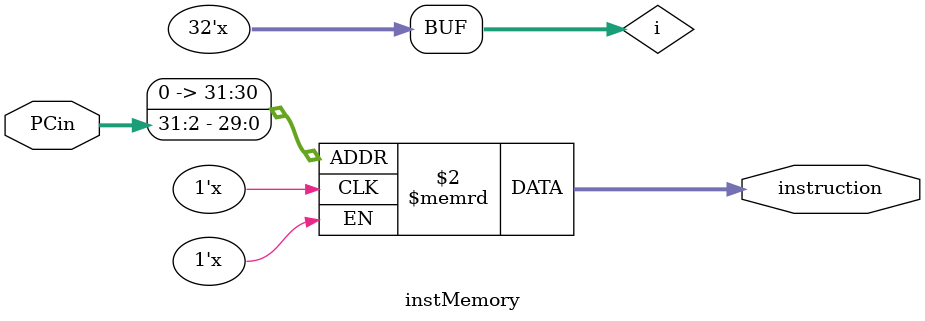
<source format=v>
module instMemory(input [31:0] PCin,output reg [31:0] instruction);
	parameter memory_size=128;//kendi degerinizi giriniz
	reg [31:0] iMem [0:memory_size-1];
	integer i = 1;

	always @ (PCin) begin
	//gönderirken 2 sola shift etmiştik şimdi tam tersine
		instruction <= iMem[PCin >> 2];
		i = i + 1;
		if(PCin >= memory_size * 4) begin
			#((memory_size-i)*50);//memory sonuna geldiğinde
		end
	end
	
endmodule

</source>
